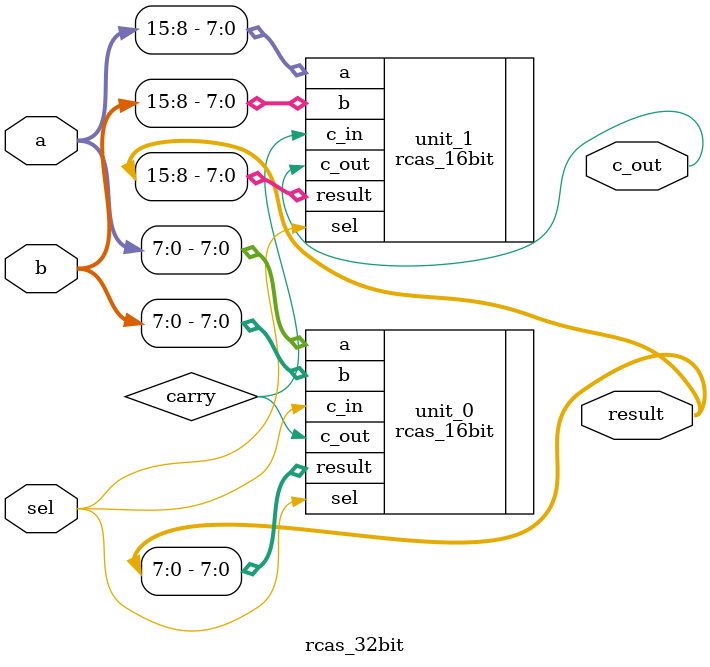
<source format=v>
module rcas_32bit(a, b, sel, result, c_out);
    input [31:0] a,b;
    input sel;
    output [31:0] result;
    output c_out;

    wire carry;
    rcas_16bit unit_0(
        .a(a[7:0]),
        .b(b[7:0]),
        .sel(sel),
        .result(result[7:0]),
        .c_in(sel),
        .c_out(carry)
    );

    rcas_16bit unit_1(
        .a(a[15:8]),
        .b(b[15:8]),
        .sel(sel),
        .result(result[15:8]),
        .c_in(carry),
        .c_out(c_out)
    );
endmodule
</source>
